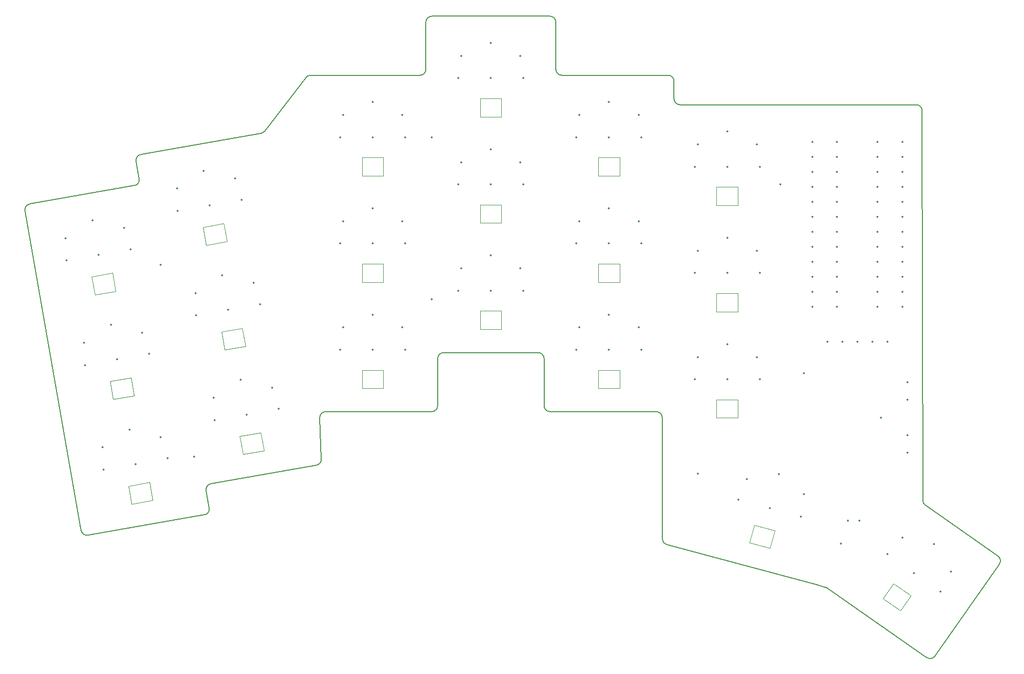
<source format=gm1>
%TF.GenerationSoftware,KiCad,Pcbnew,8.0.5*%
%TF.CreationDate,2024-10-12T16:26:51+02:00*%
%TF.ProjectId,BlockyTypeV0.2.3,426c6f63-6b79-4547-9970-6556302e322e,v1.0.0*%
%TF.SameCoordinates,Original*%
%TF.FileFunction,Profile,NP*%
%FSLAX46Y46*%
G04 Gerber Fmt 4.6, Leading zero omitted, Abs format (unit mm)*
G04 Created by KiCad (PCBNEW 8.0.5) date 2024-10-12 16:26:51*
%MOMM*%
%LPD*%
G01*
G04 APERTURE LIST*
%TA.AperFunction,Profile*%
%ADD10C,0.150000*%
%TD*%
%TA.AperFunction,Profile*%
%ADD11C,0.120000*%
%TD*%
%ADD12C,0.350000*%
G04 APERTURE END LIST*
D10*
X44167886Y86876331D02*
X64167884Y86876324D01*
X22867645Y76487416D02*
G75*
G02*
X23659195Y76876311I791555J-611116D01*
G01*
X139978285Y-4592749D02*
G75*
G02*
X140223857Y-5985477I-573585J-819151D01*
G01*
X64167885Y19876317D02*
G75*
G02*
X63167917Y20876331I15J999983D01*
G01*
X-5879215Y62285163D02*
G75*
G02*
X-5068070Y63443622I984816J173647D01*
G01*
X83194674Y-1699935D02*
X83169118Y18877563D01*
X25207821Y18837898D02*
G75*
G02*
X26207064Y19876317I999279J38402D01*
G01*
X-13998023Y-1087421D02*
G75*
G02*
X-15156478Y-276263I-173643J984814D01*
G01*
X109263791Y-9451221D02*
X83935848Y-2664623D01*
X15849511Y67396721D02*
X22867645Y76487416D01*
X15849509Y67396715D02*
G75*
G02*
X15231604Y67022967I-791609J611085D01*
G01*
X6509293Y3544001D02*
G75*
G02*
X5698130Y2385533I-984803J-173661D01*
G01*
X65167889Y85876321D02*
X65167886Y77876325D01*
X45167888Y20876327D02*
G75*
G02*
X44167875Y19876312I-999988J-27D01*
G01*
X25477336Y11827936D02*
G75*
G02*
X24651717Y10804712I-999236J-38436D01*
G01*
X82169119Y19876322D02*
X64167885Y19876317D01*
X-24707132Y53888163D02*
G75*
G02*
X-23895963Y55046628I984824J173643D01*
G01*
X44167875Y19876327D02*
X26207064Y19876322D01*
X66167883Y76876330D02*
G75*
G02*
X65167930Y77876325I17J999970D01*
G01*
X62167890Y29876320D02*
G75*
G02*
X63167920Y28876325I10J-1000020D01*
G01*
X43167889Y77876321D02*
G75*
G02*
X42167882Y76876311I-999989J-21D01*
G01*
X127933165Y-21794938D02*
X111192760Y-10073177D01*
X140223851Y-5985473D02*
X129325900Y-21549356D01*
X85167885Y75876323D02*
X85167878Y72876324D01*
X84167881Y76876320D02*
G75*
G02*
X85167920Y75876323I19J-1000020D01*
G01*
X110901578Y-9933030D02*
X109287364Y-9457840D01*
X129325900Y-21549356D02*
G75*
G02*
X127933129Y-21794989I-819200J573556D01*
G01*
X126169554Y71876330D02*
G75*
G02*
X127169629Y70878000I46J-1000030D01*
G01*
X62167890Y29876320D02*
X46167882Y29876327D01*
X83935856Y-2664614D02*
G75*
G02*
X83194706Y-1699935I258844J965914D01*
G01*
X5988346Y6498411D02*
X6509293Y3544001D01*
X45167874Y28876325D02*
G75*
G02*
X46167882Y29876326I1000026J-25D01*
G01*
X86167888Y71876323D02*
X126169554Y71876330D01*
X-23895963Y55046627D02*
X-6169427Y58172283D01*
X45167874Y28876325D02*
X45167888Y20876327D01*
X-15156477Y-276263D02*
X-24707130Y53888163D01*
X86167888Y71876323D02*
G75*
G02*
X85167923Y72876324I12J999977D01*
G01*
X66167883Y76876330D02*
X84167881Y76876320D01*
X110901582Y-9933024D02*
G75*
G02*
X111192765Y-10073169I-282282J-959076D01*
G01*
X127706965Y3999720D02*
X139978281Y-4592739D01*
X-5068070Y63443622D02*
X15231598Y67023003D01*
X23659195Y76876324D02*
X42167882Y76876317D01*
X109263784Y-9451218D02*
G75*
G02*
X109287364Y-9457840I-271484J-1011982D01*
G01*
X43167889Y77876321D02*
X43167876Y85876321D01*
X127169565Y70878000D02*
X127280547Y4817196D01*
X63167880Y20876331D02*
X63167876Y28876325D01*
X-5358269Y59330745D02*
G75*
G02*
X-6169427Y58172284I-984815J-173648D01*
G01*
X25207821Y18837898D02*
X25477325Y11827937D01*
X5988338Y6498413D02*
G75*
G02*
X6799496Y7656879I984822J173647D01*
G01*
X127706965Y3999720D02*
G75*
G02*
X127280502Y4817196I573535J819180D01*
G01*
X5698130Y2385533D02*
X-13998030Y-1087418D01*
X-5358276Y59330737D02*
X-5879213Y62285163D01*
X82169116Y19876323D02*
G75*
G02*
X83169122Y18877563I-16J-1000023D01*
G01*
X64167884Y86876324D02*
G75*
G02*
X65167924Y85876321I16J-1000024D01*
G01*
X24651717Y10804713D02*
X6799496Y7656878D01*
X43167876Y85876321D02*
G75*
G02*
X44167886Y86876324I1000024J-21D01*
G01*
D11*
%TO.C,LED1*%
X-3063207Y4851608D02*
X-6608516Y4226471D01*
X-7146825Y7279378D01*
X-3601516Y7904515D01*
X-3063207Y4851608D01*
%TO.C,LED3*%
X-9314542Y40304695D02*
X-12859851Y39679558D01*
X-13398160Y42732465D01*
X-9852851Y43357602D01*
X-9314542Y40304695D01*
%TO.C,LED8*%
X35967886Y41826316D02*
X32367885Y41826313D01*
X32367886Y44926316D01*
X35967887Y44926319D01*
X35967886Y41826316D01*
%TO.C,LED14*%
X75967885Y41826316D02*
X72367884Y41826313D01*
X72367885Y44926316D01*
X75967886Y44926319D01*
X75967885Y41826316D01*
%TO.C,LED16*%
X95967877Y18826326D02*
X92367876Y18826323D01*
X92367877Y21926326D01*
X95967878Y21926329D01*
X95967877Y18826326D01*
%TO.C,LED12*%
X55967877Y69826330D02*
X52367876Y69826327D01*
X52367877Y72926330D01*
X55967878Y72926333D01*
X55967877Y69826330D01*
%TO.C,LED15*%
X75967884Y59826324D02*
X72367883Y59826321D01*
X72367884Y62926324D01*
X75967885Y62926327D01*
X75967884Y59826324D01*
%TO.C,LED19*%
X102213782Y-263478D02*
X101411439Y-3257849D01*
X97934102Y-2326102D01*
X98736445Y668269D01*
X102213782Y-263478D01*
%TO.C,LED10*%
X55967880Y33826325D02*
X52367879Y33826322D01*
X52367880Y36926325D01*
X55967881Y36926328D01*
X55967880Y33826325D01*
%TO.C,LED9*%
X35967885Y59826324D02*
X32367884Y59826321D01*
X32367885Y62926324D01*
X35967886Y62926327D01*
X35967885Y59826324D01*
%TO.C,LED20*%
X125259834Y-11316588D02*
X123481749Y-13855959D01*
X120532800Y-11791084D01*
X122310885Y-9251713D01*
X125259834Y-11316588D01*
%TO.C,LED5*%
X12639038Y30975156D02*
X9093729Y30350019D01*
X8555420Y33402926D01*
X12100729Y34028063D01*
X12639038Y30975156D01*
%TO.C,LED6*%
X9513383Y48701704D02*
X5968074Y48076567D01*
X5429765Y51129474D01*
X8975074Y51754611D01*
X9513383Y48701704D01*
%TO.C,LED7*%
X35967894Y23826315D02*
X32367893Y23826312D01*
X32367894Y26926315D01*
X35967895Y26926318D01*
X35967894Y23826315D01*
%TO.C,LED11*%
X55967885Y51826314D02*
X52367884Y51826311D01*
X52367885Y54926314D01*
X55967886Y54926317D01*
X55967885Y51826314D01*
%TO.C,LED2*%
X-6188878Y22578166D02*
X-9734187Y21953029D01*
X-10272496Y25005936D01*
X-6727187Y25631073D01*
X-6188878Y22578166D01*
%TO.C,LED13*%
X75967879Y23826322D02*
X72367878Y23826319D01*
X72367879Y26926322D01*
X75967880Y26926325D01*
X75967879Y23826322D01*
%TO.C,LED17*%
X95967891Y36826325D02*
X92367890Y36826322D01*
X92367891Y39926325D01*
X95967892Y39926328D01*
X95967891Y36826325D01*
%TO.C,LED4*%
X15764705Y13248616D02*
X12219396Y12623479D01*
X11681087Y15676386D01*
X15226396Y16301523D01*
X15764705Y13248616D01*
%TO.C,LED18*%
X95967886Y54826322D02*
X92367885Y54826319D01*
X92367886Y57926322D01*
X95967887Y57926325D01*
X95967886Y54826322D01*
%TD*%
D12*
X111087880Y31676318D03*
X113627880Y31676318D03*
X116167887Y31676316D03*
X118707880Y31676318D03*
X121247879Y31676322D03*
X88667878Y25376318D03*
X89167875Y29126318D03*
X94167878Y31326320D03*
X94167878Y25376318D03*
X99167877Y29126319D03*
X99667878Y25376318D03*
X113394487Y-2459037D03*
X3961644Y12233623D03*
X28667884Y30376331D03*
X29167881Y34126331D03*
X34167884Y36326333D03*
X34167884Y30376331D03*
X39167883Y34126332D03*
X39667884Y30376331D03*
X88667884Y61376320D03*
X89167881Y65126320D03*
X94167884Y67326322D03*
X94167884Y61376320D03*
X99167883Y65126321D03*
X99667884Y61376320D03*
X89167878Y9376318D03*
X68667879Y66376328D03*
X69167876Y70126328D03*
X74167879Y72326330D03*
X74167879Y66376328D03*
X79167878Y70126329D03*
X79667879Y66376328D03*
X116567887Y1376326D03*
X114567889Y1376334D03*
X124692881Y24876315D03*
X124692881Y21876315D03*
X68667876Y48376320D03*
X69167873Y52126320D03*
X74167876Y54326322D03*
X74167876Y48376320D03*
X79167875Y52126321D03*
X79667876Y48376320D03*
X96055440Y4958346D03*
X97508971Y8451158D03*
X102908005Y9282100D03*
X101368032Y3534841D03*
X107168236Y5862966D03*
X106680624Y2111336D03*
X107167881Y26376321D03*
X48667870Y58376323D03*
X49167867Y62126323D03*
X54167870Y64326325D03*
X54167870Y58376323D03*
X59167869Y62126324D03*
X59667870Y58376323D03*
X44167882Y66376320D03*
X48667882Y76376324D03*
X49167879Y80126324D03*
X54167882Y82326326D03*
X54167882Y76376324D03*
X59167881Y80126325D03*
X59667882Y76376324D03*
X103167879Y58376320D03*
X1186879Y53884551D03*
X1028099Y57664403D03*
X5570115Y60699224D03*
X6603322Y54839616D03*
X10876179Y59400887D03*
X12019765Y55794681D03*
X-14515361Y27761012D03*
X-14674141Y31540864D03*
X-10132125Y34575685D03*
X-9098918Y28716077D03*
X-4826061Y33277348D03*
X-3682475Y29671142D03*
X4312545Y36158009D03*
X4153765Y39937861D03*
X8695781Y42972682D03*
X9728988Y37113074D03*
X14001845Y41674345D03*
X15145431Y38068139D03*
X121258866Y-4303402D03*
X123819353Y-1518369D03*
X129176981Y-2584115D03*
X125764202Y-7458072D03*
X132010874Y-7254134D03*
X130269538Y-10612742D03*
X124692881Y15876330D03*
X124692881Y12876330D03*
X-1768741Y44732272D03*
X28667881Y66376325D03*
X29167878Y70126325D03*
X34167881Y72326327D03*
X34167881Y66376325D03*
X39167880Y70126326D03*
X39667881Y66376325D03*
X120167882Y18876329D03*
X44167891Y38876324D03*
X123787881Y65576328D03*
X123787881Y63036328D03*
X123787879Y60496323D03*
X123787881Y57956328D03*
X123787881Y55416328D03*
X123787881Y52876328D03*
X123787876Y50336330D03*
X123787881Y47796328D03*
X123787876Y45256330D03*
X123787881Y42716329D03*
X123787878Y40176326D03*
X123787881Y37636328D03*
X108547881Y37636328D03*
X108547881Y40176328D03*
X108547881Y42716328D03*
X108547883Y45256333D03*
X108547881Y47796328D03*
X108547881Y50336328D03*
X108547881Y52876328D03*
X108547886Y55416326D03*
X108547881Y57956328D03*
X108547886Y60496326D03*
X108547881Y63036327D03*
X108547884Y65576330D03*
X119567881Y65576328D03*
X119567882Y63036328D03*
X119567881Y60496328D03*
X119567881Y57956328D03*
X119567877Y55416330D03*
X119567886Y52876327D03*
X119567881Y50336328D03*
X119567880Y47796330D03*
X119567881Y45256328D03*
X119567874Y42716329D03*
X119567882Y40176331D03*
X119567879Y37636328D03*
X112767883Y37636328D03*
X112767881Y40176328D03*
X112767880Y42716328D03*
X112767881Y45256328D03*
X112767881Y47796328D03*
X112767885Y50336326D03*
X112767876Y52876329D03*
X112767881Y55416328D03*
X112767882Y57956326D03*
X112767881Y60496328D03*
X112767888Y63036327D03*
X112767880Y65576325D03*
X-11389695Y10034475D03*
X-11548475Y13814327D03*
X-7006459Y16849148D03*
X-5973252Y10989540D03*
X-1700395Y15550811D03*
X-556809Y11944605D03*
X-17641035Y45487557D03*
X-17799815Y49267409D03*
X-13257799Y52302230D03*
X-12224592Y46442622D03*
X-7951735Y51003893D03*
X-6808149Y47397687D03*
X28667875Y48376321D03*
X29167872Y52126321D03*
X34167875Y54326323D03*
X34167875Y48376321D03*
X39167874Y52126322D03*
X39667875Y48376321D03*
X48667887Y40376337D03*
X49167884Y44126337D03*
X54167887Y46326339D03*
X54167887Y40376337D03*
X59167886Y44126338D03*
X59667887Y40376337D03*
X68667882Y30376324D03*
X69167879Y34126324D03*
X74167882Y36326326D03*
X74167882Y30376324D03*
X79167881Y34126325D03*
X79667882Y30376324D03*
X88667883Y43376318D03*
X89167880Y47126318D03*
X94167883Y49326320D03*
X94167883Y43376318D03*
X99167882Y47126319D03*
X99667883Y43376318D03*
X7438204Y18431477D03*
X7279424Y22211329D03*
X11821440Y25246150D03*
X12854647Y19386542D03*
X17127504Y23947813D03*
X18271090Y20341607D03*
M02*

</source>
